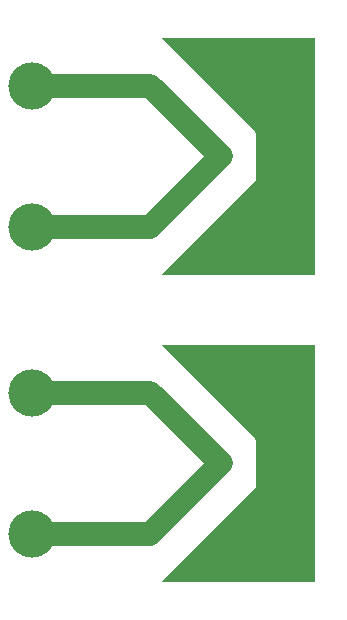
<source format=gbl>
%FSLAX21Y21*%
%MOMM*%
%ADD10C,2*%
%ADD11C,4*%
%LPD*%
D10*
X60Y60D02*
G01*
X160D01*
X220Y120D01*
X160Y180D01*
X60D01*
D11*
Y60D03*
Y180D03*
G36*
X170Y20D02*
X300D01*
Y220D01*
X170D01*
X250Y140D01*
Y100D01*
X170Y20D01*
G37*
D10*
X60Y320D02*
X160D01*
X220Y380D01*
X160Y440D01*
X60D01*
D11*
Y320D03*
Y440D03*
G36*
X170Y280D02*
X300D01*
Y480D01*
X170D01*
X250Y400D01*
Y360D01*
X170Y280D01*
G37*
M02*

</source>
